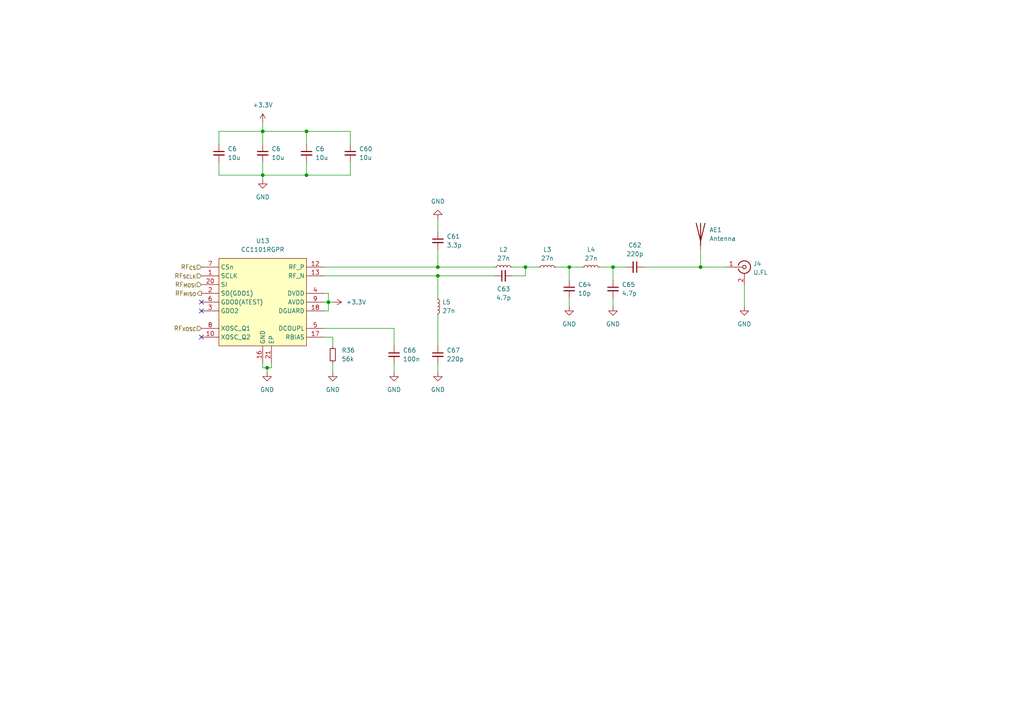
<source format=kicad_sch>
(kicad_sch (version 20230121) (generator eeschema)
  (paper "A4")
  (title_block (title "Křeček") (date "2023-12-20") (rev "v0.9-wip") (company "DDM Spirála"))
  (lib_symbols
    (symbol "Connector:Conn_Coaxial" (pin_names (offset 1.016) hide)
      (property "Reference" "J" (at 0.254 3.048 0))
      (property "Value" "Conn_Coaxial" (at 2.921 0 90))
      (symbol "Conn_Coaxial_0_1"
        (arc (start -1.778 -0.508) (mid 0.2311 -1.8066) (end 1.778 0) (stroke (width 0.254)))
        (polyline (pts (xy -2.54 0) (xy -0.508 0)))
        (polyline (pts (xy 0 -2.54) (xy 0 -1.778)))
        (circle (center 0 0) (radius 0.508) (stroke (width 0.2032)))
        (arc (start 1.778 0) (mid 0.2099 1.8101) (end -1.778 0.508) (stroke (width 0.254)))
      )
      (symbol "Conn_Coaxial_1_1"
        (pin passive line (at -5.08 0 0) (length 2.54) (name "In") (number "1"))
        (pin passive line (at 0 -5.08 90) (length 2.54) (name "Ext") (number "2"))
      )
    )
    (symbol "Device:Antenna" (pin_numbers hide) (pin_names (offset 1.016) hide)
      (property "Reference" "AE" (at -1.905 1.905 0))
      (property "Value" "Antenna" (at -1.905 0 0))
      (symbol "Antenna_0_1"
        (polyline (pts (xy 0 2.54) (xy 0 -3.81)) (stroke (width 0.254)))
        (polyline (pts (xy 1.27 2.54) (xy 0 -2.54) (xy -1.27 2.54)) (stroke (width 0.254)))
      )
      (symbol "Antenna_1_1"
        (pin input line (at 0 -5.08 90) (length 2.54) (name "A") (number "1"))
      )
    )
    (symbol "Device:C_Small" (pin_numbers hide) (pin_names (offset 0.254) hide)
      (property "Reference" "C" (at 0.254 1.778 0))
      (property "Value" "C_Small" (at 0.254 -2.032 0))
      (symbol "C_Small_0_1"
        (polyline (pts (xy -1.524 -0.508) (xy 1.524 -0.508)) (stroke (width 0.3302)))
        (polyline (pts (xy -1.524 0.508) (xy 1.524 0.508)) (stroke (width 0.3048)))
      )
      (symbol "C_Small_1_1"
        (pin passive line (at 0 2.54 270) (length 2.032) (name "~") (number "1"))
        (pin passive line (at 0 -2.54 90) (length 2.032) (name "~") (number "2"))
      )
    )
    (symbol "Device:L_Small" (pin_numbers hide) (pin_names (offset 0.254) hide)
      (property "Reference" "L" (at 0.762 1.016 0))
      (property "Value" "L_Small" (at 0.762 -1.016 0))
      (symbol "L_Small_0_1"
        (arc (start 0 -2.032) (mid 0.5058 -1.524) (end 0 -1.016))
        (arc (start 0 -1.016) (mid 0.5058 -0.508) (end 0 0))
        (arc (start 0 0) (mid 0.5058 0.508) (end 0 1.016))
        (arc (start 0 1.016) (mid 0.5058 1.524) (end 0 2.032))
      )
      (symbol "L_Small_1_1"
        (pin passive line (at 0 2.54 270) (length 0.508) (name "~") (number "1"))
        (pin passive line (at 0 -2.54 90) (length 0.508) (name "~") (number "2"))
      )
    )
    (symbol "Device:R_Small" (pin_numbers hide) (pin_names (offset 0.254) hide)
      (property "Reference" "R" (at 0.762 0.508 0))
      (property "Value" "R_Small" (at 0.762 -1.016 0))
      (symbol "R_Small_0_1"
        (rectangle (start -0.762 1.778) (end 0.762 -1.778) (stroke (width 0.2032)))
      )
      (symbol "R_Small_1_1"
        (pin passive line (at 0 2.54 270) (length 0.762) (name "~") (number "1"))
        (pin passive line (at 0 -2.54 90) (length 0.762) (name "~") (number "2"))
      )
    )
    (symbol "LCSC:CC1101RGPR"
      (property "Reference" "U" (at 0 20.32 0))
      (property "Value" "CC1101RGPR" (at -7.62 -10.16 0))
      (symbol "CC1101RGPR_1_1"
        (rectangle (start -12.7 17.78) (end 12.7 -7.62) (fill (type background)))
        (pin input line (at -17.78 12.7 0) (length 5.08) (name "SCLK") (number "1"))
        (pin bidirectional line (at -17.78 -5.08 0) (length 5.08) (name "XOSC_Q2") (number "10"))
        (pin passive line (at 17.78 5.08 180) (length 5.08) hide (name "AVDD") (number "11"))
        (pin bidirectional line (at 17.78 15.24 180) (length 5.08) (name "RF_P") (number "12"))
        (pin bidirectional line (at 17.78 12.7 180) (length 5.08) (name "RF_N") (number "13"))
        (pin passive line (at 17.78 5.08 180) (length 5.08) hide (name "AVDD") (number "14"))
        (pin passive line (at 17.78 5.08 180) (length 5.08) hide (name "AVDD") (number "15"))
        (pin power_in line (at 0 -12.7 90) (length 5.08) (name "GND") (number "16"))
        (pin bidirectional line (at 17.78 -5.08 180) (length 5.08) (name "RBIAS") (number "17"))
        (pin power_in line (at 17.78 2.54 180) (length 5.08) (name "DGUARD") (number "18"))
        (pin power_in line (at 0 -12.7 90) (length 5.08) hide (name "GND") (number "19"))
        (pin tri_state line (at -17.78 7.62 0) (length 5.08) (name "SO(GDO1)") (number "2"))
        (pin input line (at -17.78 10.16 0) (length 5.08) (name "SI") (number "20"))
        (pin passive line (at 2.54 -12.7 90) (length 5.08) (name "EP") (number "21"))
        (pin output line (at -17.78 2.54 0) (length 5.08) (name "GDO2") (number "3"))
        (pin power_in line (at 17.78 7.62 180) (length 5.08) (name "DVDD") (number "4"))
        (pin passive line (at 17.78 -2.54 180) (length 5.08) (name "DCOUPL") (number "5"))
        (pin bidirectional line (at -17.78 5.08 0) (length 5.08) (name "GDO0(ATEST)") (number "6"))
        (pin input line (at -17.78 15.24 0) (length 5.08) (name "CSn") (number "7"))
        (pin bidirectional line (at -17.78 -2.54 0) (length 5.08) (name "XOSC_Q1") (number "8"))
        (pin power_in line (at 17.78 5.08 180) (length 5.08) (name "AVDD") (number "9"))
      )
    )
    (symbol "power:+3.3V" (power) (pin_names (offset 0))
      (property "Value" "+3.3V" (at 0 3.556 0))
      (symbol "+3.3V_0_1"
        (polyline (pts (xy -0.762 1.27) (xy 0 2.54)))
        (polyline (pts (xy 0 0) (xy 0 2.54)))
        (polyline (pts (xy 0 2.54) (xy 0.762 1.27)))
      )
      (symbol "+3.3V_1_1"
        (pin power_in line (at 0 0 90) (length 0) hide (name "+3.3V") (number "1"))
      )
    )
    (symbol "power:GND" (power) (pin_names (offset 0))
      (property "Value" "GND" (at 0 -3.81 0))
      (symbol "GND_0_1"
        (polyline (pts (xy 0 0) (xy 0 -1.27) (xy 1.27 -1.27) (xy 0 -2.54) (xy -1.27 -1.27) (xy 0 -1.27)))
      )
      (symbol "GND_1_1"
        (pin power_in line (at 0 0 270) (length 0) hide (name "GND") (number "1"))
      )
    )
  )
  (junction (at 88.9 50.8))
  (junction (at 127 80.01))
  (junction (at 76.2 50.8))
  (junction (at 177.8 77.47))
  (junction (at 203.2 77.47))
  (junction (at 127 77.47))
  (junction (at 95.25 87.63))
  (junction (at 77.47 106.68))
  (junction (at 88.9 38.1))
  (junction (at 165.1 77.47))
  (junction (at 152.4 77.47))
  (junction (at 76.2 38.1))
  (no_connect (at 58.42 87.63))
  (no_connect (at 58.42 97.79))
  (no_connect (at 58.42 90.17))
  (wire (pts (xy 148.59 80.01) (xy 152.4 80.01)))
  (wire (pts (xy 95.25 85.09) (xy 95.25 87.63)))
  (wire (pts (xy 114.3 100.33) (xy 114.3 95.25)))
  (wire (pts (xy 76.2 50.8) (xy 76.2 46.99)))
  (wire (pts (xy 93.98 87.63) (xy 95.25 87.63)))
  (wire (pts (xy 127 77.47) (xy 93.98 77.47)))
  (wire (pts (xy 88.9 38.1) (xy 88.9 41.91)))
  (wire (pts (xy 127 80.01) (xy 127 86.36)))
  (wire (pts (xy 96.52 97.79) (xy 96.52 100.33)))
  (wire (pts (xy 165.1 77.47) (xy 161.29 77.47)))
  (wire (pts (xy 77.47 106.68) (xy 76.2 106.68)))
  (wire (pts (xy 177.8 86.36) (xy 177.8 88.9)))
  (wire (pts (xy 63.5 38.1) (xy 63.5 41.91)))
  (wire (pts (xy 95.25 85.09) (xy 93.98 85.09)))
  (wire (pts (xy 76.2 38.1) (xy 76.2 41.91)))
  (wire (pts (xy 96.52 105.41) (xy 96.52 107.95)))
  (wire (pts (xy 177.8 77.47) (xy 173.99 77.47)))
  (wire (pts (xy 63.5 50.8) (xy 63.5 46.99)))
  (wire (pts (xy 93.98 97.79) (xy 96.52 97.79)))
  (wire (pts (xy 78.74 106.68) (xy 77.47 106.68)))
  (wire (pts (xy 203.2 72.39) (xy 203.2 77.47)))
  (wire (pts (xy 203.2 77.47) (xy 210.82 77.47)))
  (wire (pts (xy 88.9 38.1) (xy 101.6 38.1)))
  (wire (pts (xy 186.69 77.47) (xy 203.2 77.47)))
  (wire (pts (xy 93.98 95.25) (xy 114.3 95.25)))
  (wire (pts (xy 127 80.01) (xy 143.51 80.01)))
  (wire (pts (xy 127 63.5) (xy 127 67.31)))
  (wire (pts (xy 76.2 50.8) (xy 63.5 50.8)))
  (wire (pts (xy 96.52 87.63) (xy 95.25 87.63)))
  (wire (pts (xy 177.8 77.47) (xy 181.61 77.47)))
  (wire (pts (xy 93.98 80.01) (xy 127 80.01)))
  (wire (pts (xy 76.2 38.1) (xy 88.9 38.1)))
  (wire (pts (xy 114.3 105.41) (xy 114.3 107.95)))
  (wire (pts (xy 177.8 81.28) (xy 177.8 77.47)))
  (wire (pts (xy 127 91.44) (xy 127 100.33)))
  (wire (pts (xy 165.1 81.28) (xy 165.1 77.47)))
  (wire (pts (xy 88.9 50.8) (xy 76.2 50.8)))
  (wire (pts (xy 127 77.47) (xy 143.51 77.47)))
  (wire (pts (xy 76.2 35.56) (xy 76.2 38.1)))
  (wire (pts (xy 77.47 106.68) (xy 77.47 107.95)))
  (wire (pts (xy 88.9 46.99) (xy 88.9 50.8)))
  (wire (pts (xy 165.1 86.36) (xy 165.1 88.9)))
  (wire (pts (xy 127 72.39) (xy 127 77.47)))
  (wire (pts (xy 165.1 77.47) (xy 168.91 77.47)))
  (wire (pts (xy 101.6 46.99) (xy 101.6 50.8)))
  (wire (pts (xy 152.4 77.47) (xy 156.21 77.47)))
  (wire (pts (xy 101.6 38.1) (xy 101.6 41.91)))
  (wire (pts (xy 88.9 50.8) (xy 101.6 50.8)))
  (wire (pts (xy 63.5 38.1) (xy 76.2 38.1)))
  (wire (pts (xy 78.74 105.41) (xy 78.74 106.68)))
  (wire (pts (xy 76.2 50.8) (xy 76.2 52.07)))
  (wire (pts (xy 152.4 77.47) (xy 152.4 80.01)))
  (wire (pts (xy 215.9 82.55) (xy 215.9 88.9)))
  (wire (pts (xy 95.25 90.17) (xy 93.98 90.17)))
  (wire (pts (xy 76.2 106.68) (xy 76.2 105.41)))
  (wire (pts (xy 95.25 87.63) (xy 95.25 90.17)))
  (wire (pts (xy 127 105.41) (xy 127 107.95)))
  (wire (pts (xy 148.59 77.47) (xy 152.4 77.47)))
  (hierarchical_label "RF_{MOSI}" (shape input) (at 58.42 82.55 180))
  (hierarchical_label "RF_{CS}" (shape input) (at 58.42 77.47 180))
  (hierarchical_label "RF_{SCLK}" (shape input) (at 58.42 80.01 180))
  (hierarchical_label "RF_{XOSC}" (shape input) (at 58.42 95.25 180))
  (hierarchical_label "RF_{MISO}" (shape output) (at 58.42 85.09 180))
  (symbol (lib_id "power:+3.3V") (at 76.2 35.56 0) (unit 1)
    (property "Reference" "#PWR085" (effects hide))
    (property "Value" "+3.3V" (at 76.2 30.48 0))
  )
  (symbol (lib_id "power:GND") (at 127 107.95 0) (unit 1)
    (property "Reference" "#PWR095" (effects hide))
    (property "Value" "GND" (at 127 113.03 0))
  )
  (symbol (lib_id "power:GND") (at 114.3 107.95 0) (unit 1)
    (property "Reference" "#PWR094" (effects hide))
    (property "Value" "GND" (at 114.3 113.03 0))
  )
  (symbol (lib_id "Device:C_Small") (at 63.5 44.45 0) (mirror y) (unit 1)
    (property "Reference" "C6" (at 66.04 43.1863 0) (effects (justify right)))
    (property "Value" "10u" (at 66.04 45.7263 0) (effects (justify right)))
    (property "Footprint" "Capacitor_SMD:C_0402_1005Metric" (effects hide))
    (property "LCSC Part" "C15525" (effects hide))
    (instances (project "barbecue" (path "" (reference "C6") (unit 1))) (project "bento-vna" (path "" (reference "C2") (unit 1))) (project "pipi" (path "" (reference "C2") (unit 1)) (path "" (reference "C2") (unit 1)) (path "" (reference "C2") (unit 1))) (project "pipi" (path "" (reference "C2") (unit 1))) (project "krecek-0.9" (path "" (reference "C57") (unit 1))))
  )
  (symbol (lib_id "Device:L_Small") (at 146.05 77.47 90) (unit 1)
    (property "Reference" "L2" (at 146.05 72.39 90))
    (property "Value" "27n" (at 146.05 74.93 90))
    (property "Footprint" "Inductor_SMD:L_0402_1005Metric" (effects hide))
    (property " LCSC Part" "C12669" (effects hide))
  )
  (symbol (lib_id "power:GND") (at 77.47 107.95 0) (unit 1)
    (property "Reference" "#PWR092" (effects hide))
    (property "Value" "GND" (at 77.47 113.03 0))
  )
  (symbol (lib_id "power:GND") (at 215.9 88.9 0) (unit 1)
    (property "Reference" "#PWR091" (effects hide))
    (property "Value" "GND" (at 215.9 93.98 0))
  )
  (symbol (lib_id "Device:L_Small") (at 171.45 77.47 90) (unit 1)
    (property "Reference" "L4" (at 171.45 72.39 90))
    (property "Value" "27n" (at 171.45 74.93 90))
    (property "Footprint" "Inductor_SMD:L_0402_1005Metric" (effects hide))
    (property " LCSC Part" "C12669" (effects hide))
  )
  (symbol (lib_id "Device:C_Small") (at 177.8 83.82 0) (mirror y) (unit 1)
    (property "Reference" "C65" (at 180.34 82.5563 0) (effects (justify right)))
    (property "Value" "4.7p" (at 180.34 85.0963 0) (effects (justify right)))
    (property "Footprint" "Capacitor_SMD:C_0402_1005Metric" (effects hide))
    (property "LCSC Part" "C1569" (effects hide))
  )
  (symbol (lib_id "power:+3.3V") (at 96.52 87.63 270) (unit 1)
    (property "Reference" "#PWR088" (effects hide))
    (property "Value" "+3.3V" (at 100.33 87.63 90) (effects (justify left)))
  )
  (symbol (lib_id "Device:Antenna") (at 203.2 67.31 0) (unit 1)
    (property "Reference" "AE1" (at 205.74 66.675 0) (effects (justify left)))
    (property "Value" "Antenna" (at 205.74 69.215 0) (effects (justify left)))
    (property "Footprint" "LCSC:ANT-TH_T14-433M" (effects hide))
    (property "LCSC Part" "C381188" (effects hide))
  )
  (symbol (lib_id "power:GND") (at 165.1 88.9 0) (unit 1)
    (property "Reference" "#PWR089" (effects hide))
    (property "Value" "GND" (at 165.1 93.98 0))
  )
  (symbol (lib_id "power:GND") (at 96.52 107.95 0) (unit 1)
    (property "Reference" "#PWR093" (effects hide))
    (property "Value" "GND" (at 96.52 113.03 0))
  )
  (symbol (lib_id "Device:C_Small") (at 88.9 44.45 0) (mirror y) (unit 1)
    (property "Reference" "C6" (at 91.44 43.1863 0) (effects (justify right)))
    (property "Value" "10u" (at 91.44 45.7263 0) (effects (justify right)))
    (property "Footprint" "Capacitor_SMD:C_0402_1005Metric" (effects hide))
    (property "LCSC Part" "C15525" (effects hide))
    (instances (project "barbecue" (path "" (reference "C6") (unit 1))) (project "bento-vna" (path "" (reference "C2") (unit 1))) (project "pipi" (path "" (reference "C2") (unit 1)) (path "" (reference "C2") (unit 1)) (path "" (reference "C2") (unit 1))) (project "pipi" (path "" (reference "C2") (unit 1))) (project "krecek-0.9" (path "" (reference "C59") (unit 1))))
  )
  (symbol (lib_id "power:GND") (at 76.2 52.07 0) (unit 1)
    (property "Reference" "#PWR056" (effects hide))
    (property "Value" "GND" (at 76.2 57.15 0))
    (instances (project "pipi" (path "" (reference "#PWR056") (unit 1))) (project "krecek-0.9" (path "" (reference "#PWR086") (unit 1))))
  )
  (symbol (lib_id "Device:C_Small") (at 165.1 83.82 0) (mirror y) (unit 1)
    (property "Reference" "C64" (at 167.64 82.5563 0) (effects (justify right)))
    (property "Value" "10p" (at 167.64 85.0963 0) (effects (justify right)))
    (property "Footprint" "Capacitor_SMD:C_0402_1005Metric" (effects hide))
    (property "LCSC Part" "C32949" (effects hide))
  )
  (symbol (lib_id "Device:C_Small") (at 127 69.85 0) (mirror y) (unit 1)
    (property "Reference" "C61" (at 129.54 68.5863 0) (effects (justify right)))
    (property "Value" "3.3p" (at 129.54 71.1263 0) (effects (justify right)))
    (property "Footprint" "Capacitor_SMD:C_0402_1005Metric" (effects hide))
    (property "LCSC Part" "C1565" (effects hide))
  )
  (symbol (lib_id "LCSC:CC1101RGPR") (at 76.2 92.71 0) (unit 1)
    (property "Reference" "U13" (at 76.2 69.85 0))
    (property "Value" "CC1101RGPR" (at 76.2 72.39 0))
    (property "Footprint" "LCSC:QFN-20_L4.0-W4.0-P0.5-TL-EP" (effects hide))
    (property "Datasheet" "https://lcsc.com/product-detail/RF-Transceiver-ICs_TI_CC1101RGPR_CC1101RGPR_C29953.html" (effects hide))
    (property "LCSC Part" "C29953" (effects hide))
  )
  (symbol (lib_id "Device:C_Small") (at 114.3 102.87 0) (mirror y) (unit 1)
    (property "Reference" "C66" (at 116.84 101.6063 0) (effects (justify right)))
    (property "Value" "100n" (at 116.84 104.1463 0) (effects (justify right)))
    (property "Footprint" "Capacitor_SMD:C_0402_1005Metric" (effects hide))
    (property "LCSC Part" "C307331" (effects hide))
  )
  (symbol (lib_id "power:GND") (at 177.8 88.9 0) (unit 1)
    (property "Reference" "#PWR090" (effects hide))
    (property "Value" "GND" (at 177.8 93.98 0))
  )
  (symbol (lib_id "Device:C_Small") (at 76.2 44.45 0) (mirror y) (unit 1)
    (property "Reference" "C6" (at 78.74 43.1863 0) (effects (justify right)))
    (property "Value" "10u" (at 78.74 45.7263 0) (effects (justify right)))
    (property "Footprint" "Capacitor_SMD:C_0402_1005Metric" (effects hide))
    (property "LCSC Part" "C15525" (effects hide))
    (instances (project "barbecue" (path "" (reference "C6") (unit 1))) (project "bento-vna" (path "" (reference "C2") (unit 1))) (project "pipi" (path "" (reference "C2") (unit 1)) (path "" (reference "C2") (unit 1)) (path "" (reference "C2") (unit 1))) (project "pipi" (path "" (reference "C2") (unit 1))) (project "krecek-0.9" (path "" (reference "C58") (unit 1))))
  )
  (symbol (lib_id "Device:L_Small") (at 127 88.9 0) (unit 1)
    (property "Reference" "L5" (at 128.27 87.63 0) (effects (justify left)))
    (property "Value" "27n" (at 128.27 90.17 0) (effects (justify left)))
    (property "Footprint" "Inductor_SMD:L_0402_1005Metric" (effects hide))
    (property " LCSC Part" "C12669" (effects hide))
  )
  (symbol (lib_id "Device:C_Small") (at 101.6 44.45 0) (mirror y) (unit 1)
    (property "Reference" "C60" (at 104.14 43.1863 0) (effects (justify right)))
    (property "Value" "10u" (at 104.14 45.7263 0) (effects (justify right)))
    (property "Footprint" "Capacitor_SMD:C_0402_1005Metric" (effects hide))
    (property "LCSC Part" "C15525" (effects hide))
  )
  (symbol (lib_id "Device:C_Small") (at 127 102.87 0) (mirror y) (unit 1)
    (property "Reference" "C67" (at 129.54 101.6063 0) (effects (justify right)))
    (property "Value" "220p" (at 129.54 104.1463 0) (effects (justify right)))
    (property "Footprint" "Capacitor_SMD:C_0402_1005Metric" (effects hide))
    (property "LCSC Part" "C1530" (effects hide))
  )
  (symbol (lib_id "Device:L_Small") (at 158.75 77.47 90) (unit 1)
    (property "Reference" "L3" (at 158.75 72.39 90))
    (property "Value" "27n" (at 158.75 74.93 90))
    (property "Footprint" "Inductor_SMD:L_0402_1005Metric" (effects hide))
    (property " LCSC Part" "C12669" (effects hide))
  )
  (symbol (lib_id "power:GND") (at 127 63.5 180) (unit 1)
    (property "Reference" "#PWR087" (effects hide))
    (property "Value" "GND" (at 127 58.42 0))
  )
  (symbol (lib_id "Connector:Conn_Coaxial") (at 215.9 77.47 0) (unit 1)
    (property "Reference" "J4" (at 218.44 76.4932 0) (effects (justify left)))
    (property "Value" "U.FL" (at 218.44 79.0332 0) (effects (justify left)))
    (property "Footprint" "Connector_Coaxial:U.FL_Hirose_U.FL-R-SMT-1_Vertical" (effects hide))
    (property "Datasheet" " ~" (effects hide))
    (property "LCSC Part" "C5137195" (effects hide))
  )
  (symbol (lib_id "Device:C_Small") (at 184.15 77.47 270) (mirror x) (unit 1)
    (property "Reference" "C62" (at 184.1436 71.12 90))
    (property "Value" "220p" (at 184.1436 73.66 90))
    (property "Footprint" "Capacitor_SMD:C_0402_1005Metric" (effects hide))
    (property "LCSC Part" "C1530" (effects hide))
  )
  (symbol (lib_id "Device:R_Small") (at 96.52 102.87 0) (unit 1)
    (property "Reference" "R36" (at 99.06 101.6 0) (effects (justify left)))
    (property "Value" "56k" (at 99.06 104.14 0) (effects (justify left)))
    (property "Footprint" "Resistor_SMD:R_0603_1608Metric" (effects hide))
    (property "LCSC Part" "C23206" (effects hide))
  )
  (symbol (lib_id "Device:C_Small") (at 146.05 80.01 90) (mirror x) (unit 1)
    (property "Reference" "C63" (at 146.0563 83.82 90))
    (property "Value" "4.7p" (at 146.0563 86.36 90))
    (property "Footprint" "Capacitor_SMD:C_0402_1005Metric" (effects hide))
    (property "LCSC Part" "C1569" (effects hide))
  )
)
</source>
